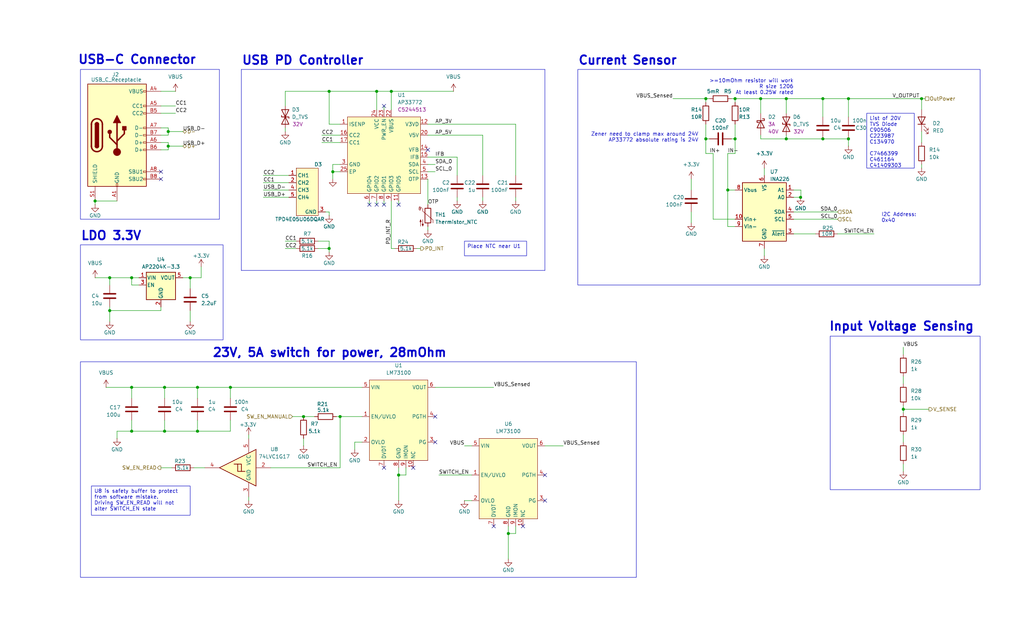
<source format=kicad_sch>
(kicad_sch (version 20250114) (generator "eeschema") (generator_version "9.0")
  (paper "USLegal")
  (title_block (title "Power"))
  (lib_symbols
    (symbol "+3.3V_1" (power) (pin_numbers (hide yes)) (pin_names (offset 0) (hide yes))
      (property "Value" "+3.3V" (at 0 3.556 0))
      (symbol "+3.3V_1_1_1"
        (pin power_in line (at 0 0 90) (length 0) (name "~") (number "1"))
      )
    )
    (symbol "74xGxx:74LVC1G17"
      (property "Reference" "U" (at 0 3.81 0))
      (property "Value" "74LVC1G17" (at 0 -3.81 0))
      (symbol "74LVC1G17_1_1"
        (pin input line (at -12.7 0 0) (length 5.08) (name "~") (number "2"))
        (pin no_connect line (at -7.62 5.08 180) (length 5.08) (hide yes) (name "NC") (number "1"))
        (pin power_in line (at -5.08 10.16 270) (length 5.08) (name "VCC") (number "5"))
        (pin power_in line (at -5.08 -10.16 90) (length 5.08) (name "GND") (number "3"))
        (pin output line (at 10.16 0 180) (length 5.08) (name "~") (number "4"))
      )
    )
    (symbol "Centy_Miscellaneous:LM73100"
      (property "Reference" "U" (at 9.906 13.97 0))
      (property "Value" "LM37100" (at 12.192 -16.764 0))
      (symbol "LM73100_1_1"
        (pin input line (at -12.7 10.16 0) (length 2.54) (name "VIN") (number "5"))
        (pin input line (at -12.7 0 0) (length 2.54) (name "EN/UVLO") (number "1"))
        (pin input line (at -12.7 -8.89 0) (length 2.54) (name "OVLO") (number "2"))
        (pin input line (at -5.08 -17.78 90) (length 2.54) (name "DVDT") (number "7"))
        (pin input line (at 0 -17.78 90) (length 2.54) (name "GND") (number "8"))
        (pin input line (at 2.54 -17.78 90) (length 2.54) (name "IMON") (number "9"))
        (pin input line (at 5.08 -17.78 90) (length 2.54) (name "NC") (number "10"))
        (pin input line (at 12.7 10.16 180) (length 2.54) (name "VOUT") (number "6"))
        (pin input line (at 12.7 0 180) (length 2.54) (name "PGTH") (number "4"))
        (pin input line (at 12.7 -8.89 180) (length 2.54) (name "PG") (number "3"))
      )
    )
    (symbol "Connector_USBC:USB_C_Receptacle_USB2.0_16P" (pin_names (offset 1.016))
      (property "Reference" "J" (at 0 22.225 0))
      (property "Value" "USB_C_Receptacle_USB2.0_16P" (at 0 19.685 0))
      (symbol "USB_C_Receptacle_USB2.0_16P_1_1"
        (pin passive line (at -7.62 -22.86 90) (length 5.08) (name "SHIELD") (number "S1"))
        (pin passive line (at 0 -22.86 90) (length 5.08) (name "GND") (number "A1"))
        (pin passive line (at 0 -22.86 90) (length 5.08) (hide yes) (name "GND") (number "A12"))
        (pin passive line (at 0 -22.86 90) (length 5.08) (hide yes) (name "GND") (number "B1"))
        (pin passive line (at 0 -22.86 90) (length 5.08) (hide yes) (name "GND") (number "B12"))
        (pin passive line (at 15.24 15.24 180) (length 5.08) (name "VBUS") (number "A4"))
        (pin passive line (at 15.24 15.24 180) (length 5.08) (hide yes) (name "VBUS") (number "A9"))
        (pin passive line (at 15.24 15.24 180) (length 5.08) (hide yes) (name "VBUS") (number "B4"))
        (pin passive line (at 15.24 15.24 180) (length 5.08) (hide yes) (name "VBUS") (number "B9"))
        (pin bidirectional line (at 15.24 10.16 180) (length 5.08) (name "CC1") (number "A5"))
        (pin bidirectional line (at 15.24 7.62 180) (length 5.08) (name "CC2") (number "B5"))
        (pin bidirectional line (at 15.24 2.54 180) (length 5.08) (name "D-") (number "A7"))
        (pin bidirectional line (at 15.24 0 180) (length 5.08) (name "D-") (number "B7"))
        (pin bidirectional line (at 15.24 -2.54 180) (length 5.08) (name "D+") (number "A6"))
        (pin bidirectional line (at 15.24 -5.08 180) (length 5.08) (name "D+") (number "B6"))
        (pin bidirectional line (at 15.24 -12.7 180) (length 5.08) (name "SBU1") (number "A8"))
        (pin bidirectional line (at 15.24 -15.24 180) (length 5.08) (name "SBU2") (number "B8"))
      )
    )
    (symbol "Device:C" (pin_numbers (hide yes)) (pin_names (offset 0.254))
      (property "Reference" "C" (at 0.635 2.54 0))
      (property "Value" "C" (at 0.635 -2.54 0))
      (symbol "C_1_1"
        (pin passive line (at 0 3.81 270) (length 2.794) (name "~") (number "1"))
        (pin passive line (at 0 -3.81 90) (length 2.794) (name "~") (number "2"))
      )
    )
    (symbol "Device:D_Schottky" (pin_numbers (hide yes)) (pin_names (offset 1.016) (hide yes))
      (property "Reference" "D" (at 0 2.54 0))
      (property "Value" "D_Schottky" (at 0 -2.54 0))
      (symbol "D_Schottky_1_1"
        (pin passive line (at -3.81 0 0) (length 2.54) (name "K") (number "1"))
        (pin passive line (at 3.81 0 180) (length 2.54) (name "A") (number "2"))
      )
    )
    (symbol "Device:D_TVS" (pin_numbers (hide yes)) (pin_names (offset 1.016) (hide yes))
      (property "Reference" "D" (at 0 2.54 0))
      (property "Value" "D_TVS" (at 0 -2.54 0))
      (symbol "D_TVS_1_1"
        (pin passive line (at -3.81 0 0) (length 2.54) (name "A1") (number "1"))
        (pin passive line (at 3.81 0 180) (length 2.54) (name "A2") (number "2"))
      )
    )
    (symbol "Device:LED" (pin_numbers (hide yes)) (pin_names (offset 1.016) (hide yes))
      (property "Reference" "D" (at 0 2.54 0))
      (property "Value" "LED" (at 0 -2.54 0))
      (symbol "LED_1_1"
        (pin passive line (at -3.81 0 0) (length 2.54) (name "K") (number "1"))
        (pin passive line (at 3.81 0 180) (length 2.54) (name "A") (number "2"))
      )
    )
    (symbol "Device:R" (pin_numbers (hide yes)) (pin_names (offset 0))
      (property "Reference" "R" (at 2.032 0 90))
      (property "Value" "R" (at 0 0 90))
      (symbol "R_1_1"
        (pin passive line (at 0 3.81 270) (length 1.27) (name "~") (number "1"))
        (pin passive line (at 0 -3.81 90) (length 1.27) (name "~") (number "2"))
      )
    )
    (symbol "Device:Thermistor_NTC" (pin_numbers (hide yes)) (pin_names (offset 0))
      (property "Reference" "TH" (at -4.445 0 90))
      (property "Value" "Thermistor_NTC" (at 3.175 0 90))
      (symbol "Thermistor_NTC_1_1"
        (pin passive line (at 0 3.81 270) (length 1.27) (name "~") (number "1"))
        (pin passive line (at 0 -3.81 90) (length 1.27) (name "~") (number "2"))
      )
    )
    (symbol "Diode_TVS:TPD4E05U06DQAR"
      (property "Reference" "D" (at 3.048 8.636 0))
      (property "Value" "TPD4E05U06DQAR" (at 0.254 -10.16 0))
      (symbol "TPD4E05U06DQAR_1_1"
        (pin input line (at -6.35 5.08 0) (length 2.54) (name "CH1") (number "1"))
        (pin input line (at -6.35 5.08 0) (length 2.54) (hide yes) (name "") (number "10"))
        (pin input line (at -6.35 2.54 0) (length 2.54) (name "CH2") (number "2"))
        (pin input line (at -6.35 2.54 0) (length 2.54) (hide yes) (name "") (number "9"))
        (pin input line (at -6.35 0 0) (length 2.54) (name "CH3") (number "4"))
        (pin input line (at -6.35 0 0) (length 2.54) (hide yes) (name "") (number "7"))
        (pin input line (at -6.35 -2.54 0) (length 2.54) (name "CH4") (number "5"))
        (pin input line (at -6.35 -2.54 0) (length 2.54) (hide yes) (name "") (number "6"))
        (pin power_in line (at 6.35 -7.62 180) (length 2.54) (name "GND") (number "3"))
        (pin power_in line (at 6.35 -7.62 180) (length 2.54) (hide yes) (name "GND") (number "8"))
      )
    )
    (symbol "GND_1" (power) (pin_numbers (hide yes)) (pin_names (offset 0) (hide yes))
      (property "Value" "GND" (at 0 -3.81 0))
      (symbol "GND_1_1_1"
        (pin power_in line (at 0 0 270) (length 0) (name "~") (number "1"))
      )
    )
    (symbol "Interface_USBC:AP33772"
      (property "Reference" "U2" (at 2.1941 21.59 0))
      (property "Value" "AP33772" (at 2.1941 19.05 0))
      (property "LCSC" "C5244513" (at 2.1941 16.51 0))
      (symbol "AP33772_1_1"
        (pin input line (at -17.78 11.43 0) (length 2.54) (name "ISENP") (number "1"))
        (pin input line (at -17.78 7.62 0) (length 2.54) (name "CC2") (number "16"))
        (pin input line (at -17.78 5.08 0) (length 2.54) (name "CC1") (number "17"))
        (pin input line (at -17.78 -2.54 0) (length 2.54) (name "GND") (number "3"))
        (pin input line (at -17.78 -5.08 0) (length 2.54) (name "EP") (number "25"))
        (pin no_connect line (at -17.78 -7.62 0) (length 2.54) (hide yes) (name "NC") (number "10"))
        (pin no_connect line (at -17.78 -7.62 0) (length 2.54) (hide yes) (name "NC") (number "18"))
        (pin no_connect line (at -17.78 -7.62 0) (length 2.54) (hide yes) (name "NC") (number "19"))
        (pin no_connect line (at -17.78 -7.62 0) (length 2.54) (hide yes) (name "NC") (number "2"))
        (pin no_connect line (at -17.78 -7.62 0) (length 2.54) (hide yes) (name "NC") (number "21"))
        (pin input line (at -7.62 -15.24 90) (length 2.54) (name "GPIO4") (number "6"))
        (pin input line (at -5.08 16.51 270) (length 2.54) (name "VCC") (number "24"))
        (pin input line (at -5.08 -15.24 90) (length 2.54) (name "GPIO2") (number "7"))
        (pin input line (at -2.54 16.51 270) (length 2.54) (name "PWR_EN") (number "23"))
        (pin input line (at -2.54 -15.24 90) (length 2.54) (name "GPIO1") (number "8"))
        (pin input line (at 0 16.51 270) (length 2.54) (name "VBUS") (number "22"))
        (pin input line (at 0 -15.24 90) (length 2.54) (name "GPIO3") (number "9"))
        (pin input line (at 2.54 -15.24 90) (length 2.54) (name "GPIO5") (number "11"))
        (pin input line (at 12.7 11.43 180) (length 2.54) (name "V3VD") (number "12"))
        (pin input line (at 12.7 7.62 180) (length 2.54) (name "V5V") (number "20"))
        (pin input line (at 12.7 2.54 180) (length 2.54) (name "VFB") (number "14"))
        (pin input line (at 12.7 0 180) (length 2.54) (name "IFB") (number "15"))
        (pin input line (at 12.7 -2.54 180) (length 2.54) (name "SDA") (number "4"))
        (pin input line (at 12.7 -5.08 180) (length 2.54) (name "SCL") (number "5"))
        (pin input line (at 12.7 -7.62 180) (length 2.54) (name "OTP") (number "13"))
      )
    )
    (symbol "LM73100_1"
      (property "Reference" "U" (at 9.906 13.97 0))
      (property "Value" "LM37100" (at 12.192 -16.764 0))
      (symbol "LM73100_1_1_1"
        (pin input line (at -12.7 10.16 0) (length 2.54) (name "VIN") (number "5"))
        (pin input line (at -12.7 0 0) (length 2.54) (name "EN/UVLO") (number "1"))
        (pin input line (at -12.7 -8.89 0) (length 2.54) (name "OVLO") (number "2"))
        (pin input line (at -5.08 -17.78 90) (length 2.54) (name "DVDT") (number "7"))
        (pin input line (at 0 -17.78 90) (length 2.54) (name "GND") (number "8"))
        (pin input line (at 2.54 -17.78 90) (length 2.54) (name "IMON") (number "9"))
        (pin input line (at 5.08 -17.78 90) (length 2.54) (name "NC") (number "10"))
        (pin input line (at 12.7 10.16 180) (length 2.54) (name "VOUT") (number "6"))
        (pin input line (at 12.7 0 180) (length 2.54) (name "PGTH") (number "4"))
        (pin input line (at 12.7 -8.89 180) (length 2.54) (name "PG") (number "3"))
      )
    )
    (symbol "Regulator_Linear:AP2204K-3.3" (pin_names (offset 0.254))
      (property "Reference" "U" (at -5.08 5.715 0))
      (property "Value" "AP2204K-3.3" (at 0 5.715 0))
      (symbol "AP2204K-3.3_1_1"
        (pin power_in line (at -7.62 2.54 0) (length 2.54) (name "VIN") (number "1"))
        (pin input line (at -7.62 0 0) (length 2.54) (name "EN") (number "3"))
        (pin power_in line (at 0 -7.62 90) (length 2.54) (name "GND") (number "2"))
        (pin no_connect line (at 5.08 0 180) (length 2.54) (hide yes) (name "NC") (number "4"))
        (pin power_out line (at 7.62 2.54 180) (length 2.54) (name "VOUT") (number "5"))
      )
    )
    (symbol "Sensor_Energy:INA226"
      (property "Reference" "U" (at -6.35 11.43 0))
      (property "Value" "INA226" (at 3.81 11.43 0))
      (symbol "INA226_1_1"
        (pin input line (at -10.16 7.62 0) (length 2.54) (name "Vbus") (number "8"))
        (pin input line (at -10.16 -2.54 0) (length 2.54) (name "Vin+") (number "10"))
        (pin input line (at -10.16 -5.08 0) (length 2.54) (name "Vin-") (number "9"))
        (pin power_in line (at 0 12.7 270) (length 2.54) (name "VS") (number "6"))
        (pin power_in line (at 0 -12.7 90) (length 2.54) (name "GND") (number "7"))
        (pin input line (at 10.16 7.62 180) (length 2.54) (name "A1") (number "1"))
        (pin input line (at 10.16 5.08 180) (length 2.54) (name "A0") (number "2"))
        (pin bidirectional line (at 10.16 0 180) (length 2.54) (name "SDA") (number "4"))
        (pin input line (at 10.16 -2.54 180) (length 2.54) (name "SCL") (number "5"))
        (pin open_collector line (at 10.16 -7.62 180) (length 2.54) (name "~{Alert}") (number "3"))
      )
    )
    (symbol "power:+3.3V" (power) (pin_names (offset 0))
      (property "Value" "+3.3V" (at 0 3.556 0))
      (symbol "+3.3V_1_1"
        (pin power_in line (at 0 0 90) (length 0) (hide yes) (name "+3.3V") (number "1"))
      )
    )
    (symbol "power:GND" (power) (pin_names (offset 0))
      (property "Value" "GND" (at 0 -3.81 0))
      (symbol "GND_1_1"
        (pin power_in line (at 0 0 270) (length 0) (hide yes) (name "GND") (number "1"))
      )
    )
    (symbol "power:VBUS" (power) (pin_numbers (hide yes)) (pin_names (offset 0) (hide yes))
      (property "Value" "VBUS" (at 0 3.556 0))
      (symbol "VBUS_1_1"
        (pin power_in line (at 0 0 90) (length 0) (name "~") (number "1"))
      )
    )
  )
  (rectangle (start 200.66 24.13) (end 340.36 99.06))
  (rectangle (start 27.94 125.73) (end 220.98 200.66))
  (rectangle (start 288.29 116.84) (end 340.36 170.18))
  (rectangle (start 27.94 85.09) (end 77.47 118.11))
  (rectangle (start 27.94 24.13) (end 76.2 76.2))
  (text "Input Voltage Sensing" (at 287.782 115.316 0) (effects (font (size 3 3) (thickness 0.6) (bold yes)) (justify left bottom)))
  (text ">=10mOhm resistor will work\nR size 1206\nAt least 0.25W rated" (at 275.59 33.02 0) (effects (font (size 1.27 1.27)) (justify right bottom)))
  (text "Zener need to clamp max around 24V\nAP33772 absolute rating is 24V" (at 242.57 49.53 0) (effects (font (size 1.27 1.27)) (justify right bottom)))
  (text "USB-C Connector" (at 26.924 22.606 0) (effects (font (size 3 3) (thickness 0.6) (bold yes)) (justify left bottom)))
  (text "Current Sensor" (at 200.66 22.86 0) (effects (font (size 3 3) (thickness 0.6) (bold yes)) (justify left bottom)))
  (text "USB PD Controller\n" (at 83.82 22.86 0) (effects (font (size 3 3) (thickness 0.6) (bold yes)) (justify left bottom)))
  (text "23V, 5A switch for power, 28mOhm" (at 73.66 124.46 0) (effects (font (size 3 3) (thickness 0.6) (bold yes)) (justify left bottom)))
  (text "I2C Address:\n0x40" (at 306.07 77.47 0) (effects (font (size 1.27 1.27)) (justify left bottom)))
  (text "LDO 3.3V" (at 27.94 83.82 0) (effects (font (size 3 3) (thickness 0.6) (bold yes)) (justify left bottom)))
  (text_box "Place NTC near U1" (at 161.29 83.82 0) (size 21.59 5.08) (margins 0.9525 0.9525 0.9525 0.9525) (effects (font (size 1.27 1.27)) (justify left top)))
  (text_box "List of 20V TVS Diode\nC90506\nC223987\nC134970\n\nC7466399\nC461164\nC41409303" (at 300.99 39.37 0) (size 16.51 19.05) (margins 0.9525 0.9525 0.9525 0.9525) (effects (font (size 1.27 1.27)) (justify left top)))
  (text_box "U8 is safety buffer to protect from software mistake.\nDriving SW_EN_READ will not alter SWITCH_EN state" (at 31.75 168.91 0) (size 34.29 10.16) (margins 0.9525 0.9525 0.9525 0.9525) (effects (font (size 1.27 1.27)) (justify left top)))
  (junction (at 130.81 31.75))
  (junction (at 138.43 165.1))
  (junction (at 118.11 144.78))
  (junction (at 255.27 34.29))
  (junction (at 114.3 31.75))
  (junction (at 114.3 86.36))
  (junction (at 58.42 50.8))
  (junction (at 115.57 59.69))
  (junction (at 45.72 134.62))
  (junction (at 278.0126 68.58))
  (junction (at 294.64 48.26))
  (junction (at 245.11 34.29))
  (junction (at 58.42 45.72))
  (junction (at 68.58 134.62))
  (junction (at 320.04 34.29))
  (junction (at 45.72 149.86))
  (junction (at 57.15 149.86))
  (junction (at 105.41 144.78))
  (junction (at 313.69 142.24))
  (junction (at 255.27 48.26))
  (junction (at 273.05 34.29))
  (junction (at 45.72 96.52))
  (junction (at 38.1 96.52))
  (junction (at 33.02 69.85))
  (junction (at 273.05 48.26))
  (junction (at 294.64 34.29))
  (junction (at 66.04 96.52))
  (junction (at 135.89 31.75))
  (junction (at 252.73 66.04))
  (junction (at 264.16 34.29))
  (junction (at 68.58 149.86))
  (junction (at 285.75 48.26))
  (junction (at 80.01 134.62))
  (junction (at 285.75 34.29))
  (junction (at 245.11 48.26))
  (junction (at 176.53 185.42))
  (junction (at 57.15 134.62))
  (junction (at 38.1 107.95))
  (no_connect (at 171.45 182.88))
  (no_connect (at 55.88 59.69))
  (no_connect (at 130.81 71.12))
  (no_connect (at 151.13 153.67))
  (no_connect (at 189.23 165.1))
  (no_connect (at 181.61 182.88))
  (no_connect (at 128.27 71.12))
  (no_connect (at 151.13 144.78))
  (no_connect (at 133.35 36.83))
  (no_connect (at 143.51 162.56))
  (no_connect (at 148.59 52.07))
  (no_connect (at 133.35 71.12))
  (no_connect (at 189.23 173.99))
  (no_connect (at 138.43 71.12))
  (no_connect (at 133.35 162.56))
  (no_connect (at 55.88 62.23))
  (wire (pts (xy 40.64 149.86) (xy 40.64 152.4)))
  (wire (pts (xy 130.81 31.75) (xy 135.89 31.75)))
  (wire (pts (xy 285.75 34.29) (xy 294.64 34.29)))
  (wire (pts (xy 158.75 68.58) (xy 158.75 69.85)))
  (wire (pts (xy 57.15 149.86) (xy 68.58 149.86)))
  (wire (pts (xy 91.44 66.04) (xy 100.33 66.04)))
  (wire (pts (xy 130.81 71.12) (xy 130.81 69.85)))
  (wire (pts (xy 275.59 76.2) (xy 290.83 76.2)))
  (wire (pts (xy 148.59 62.23) (xy 148.59 71.12)))
  (wire (pts (xy 247.65 53.34) (xy 247.65 76.2)))
  (wire (pts (xy 99.06 31.75) (xy 114.3 31.75)))
  (wire (pts (xy 114.3 31.75) (xy 114.3 43.18)))
  (wire (pts (xy 115.57 59.69) (xy 118.11 59.69)))
  (wire (pts (xy 290.83 81.28) (xy 303.53 81.28)))
  (wire (pts (xy 116.84 144.78) (xy 118.11 144.78)))
  (wire (pts (xy 138.43 71.12) (xy 138.43 69.85)))
  (wire (pts (xy 58.42 44.45) (xy 58.42 45.72)))
  (wire (pts (xy 158.75 54.61) (xy 158.75 60.96)))
  (wire (pts (xy 33.02 69.85) (xy 33.02 71.12)))
  (wire (pts (xy 130.81 31.75) (xy 130.81 38.1)))
  (wire (pts (xy 313.69 151.13) (xy 313.69 153.67)))
  (wire (pts (xy 101.6 144.78) (xy 105.41 144.78)))
  (wire (pts (xy 140.97 165.1) (xy 138.43 165.1)))
  (wire (pts (xy 38.1 107.95) (xy 38.1 111.76)))
  (wire (pts (xy 110.49 83.82) (xy 114.3 83.82)))
  (wire (pts (xy 123.19 153.67) (xy 125.73 153.67)))
  (wire (pts (xy 140.97 162.56) (xy 140.97 165.1)))
  (wire (pts (xy 58.42 46.99) (xy 58.42 45.72)))
  (wire (pts (xy 264.16 48.26) (xy 273.05 48.26)))
  (wire (pts (xy 245.11 53.34) (xy 247.65 53.34)))
  (wire (pts (xy 55.88 39.37) (xy 60.96 39.37)))
  (wire (pts (xy 114.3 31.75) (xy 130.81 31.75)))
  (wire (pts (xy 148.59 57.15) (xy 151.13 57.15)))
  (wire (pts (xy 68.58 149.86) (xy 80.01 149.86)))
  (wire (pts (xy 273.05 48.26) (xy 285.75 48.26)))
  (wire (pts (xy 91.44 63.5) (xy 100.33 63.5)))
  (wire (pts (xy 148.59 59.69) (xy 151.13 59.69)))
  (wire (pts (xy 58.42 45.72) (xy 63.5 45.72)))
  (wire (pts (xy 55.88 49.53) (xy 58.42 49.53)))
  (wire (pts (xy 128.27 71.12) (xy 128.27 69.85)))
  (wire (pts (xy 55.88 36.83) (xy 60.96 36.83)))
  (wire (pts (xy 179.07 182.88) (xy 179.07 185.42)))
  (polyline (pts (xy 189.23 93.98) (xy 83.82 93.98)))
  (wire (pts (xy 33.02 96.52) (xy 38.1 96.52)))
  (wire (pts (xy 265.43 86.36) (xy 265.43 88.9)))
  (wire (pts (xy 118.11 144.78) (xy 125.73 144.78)))
  (wire (pts (xy 99.06 83.82) (xy 102.87 83.82)))
  (wire (pts (xy 189.23 154.94) (xy 195.58 154.94)))
  (wire (pts (xy 148.59 43.18) (xy 179.07 43.18)))
  (wire (pts (xy 252.73 53.34) (xy 252.73 66.04)))
  (wire (pts (xy 68.58 134.62) (xy 80.01 134.62)))
  (wire (pts (xy 245.11 35.56) (xy 245.11 34.29)))
  (wire (pts (xy 264.16 34.29) (xy 264.16 39.37)))
  (wire (pts (xy 313.69 161.29) (xy 313.69 163.83)))
  (wire (pts (xy 275.59 66.04) (xy 278.13 66.04)))
  (wire (pts (xy 245.11 43.18) (xy 245.11 48.26)))
  (wire (pts (xy 245.11 34.29) (xy 233.68 34.29)))
  (wire (pts (xy 245.11 53.34) (xy 245.11 48.26)))
  (wire (pts (xy 273.05 34.29) (xy 273.05 39.37)))
  (wire (pts (xy 66.04 96.52) (xy 69.85 96.52)))
  (wire (pts (xy 66.04 107.95) (xy 66.04 111.76)))
  (wire (pts (xy 294.64 34.29) (xy 294.64 40.64)))
  (wire (pts (xy 294.64 34.29) (xy 320.04 34.29)))
  (wire (pts (xy 58.42 50.8) (xy 58.42 52.07)))
  (wire (pts (xy 91.44 60.96) (xy 100.33 60.96)))
  (wire (pts (xy 55.88 31.75) (xy 60.96 31.75)))
  (wire (pts (xy 45.72 149.86) (xy 57.15 149.86)))
  (wire (pts (xy 115.57 59.69) (xy 115.57 62.23)))
  (wire (pts (xy 91.44 68.58) (xy 100.33 68.58)))
  (wire (pts (xy 264.16 34.29) (xy 273.05 34.29)))
  (wire (pts (xy 36.83 134.62) (xy 45.72 134.62)))
  (wire (pts (xy 55.88 107.95) (xy 55.88 106.68)))
  (wire (pts (xy 57.15 146.05) (xy 57.15 149.86)))
  (wire (pts (xy 255.27 34.29) (xy 264.16 34.29)))
  (polyline (pts (xy 83.82 24.13) (xy 189.23 24.13)))
  (wire (pts (xy 80.01 134.62) (xy 125.73 134.62)))
  (wire (pts (xy 55.88 44.45) (xy 58.42 44.45)))
  (wire (pts (xy 275.59 73.66) (xy 290.83 73.66)))
  (wire (pts (xy 240.03 62.23) (xy 240.03 66.04)))
  (wire (pts (xy 273.05 34.29) (xy 285.75 34.29)))
  (wire (pts (xy 176.53 182.88) (xy 176.53 185.42)))
  (wire (pts (xy 273.05 46.99) (xy 273.05 48.26)))
  (wire (pts (xy 246.38 34.29) (xy 245.11 34.29)))
  (wire (pts (xy 123.19 156.21) (xy 123.19 153.67)))
  (wire (pts (xy 278.13 66.04) (xy 278.13 68.58)))
  (wire (pts (xy 55.88 52.07) (xy 58.42 52.07)))
  (wire (pts (xy 135.89 31.75) (xy 157.48 31.75)))
  (wire (pts (xy 275.59 68.58) (xy 278.0126 68.58)))
  (wire (pts (xy 161.29 173.99) (xy 163.83 173.99)))
  (wire (pts (xy 275.59 81.28) (xy 283.21 81.28)))
  (wire (pts (xy 167.64 68.58) (xy 167.64 69.85)))
  (wire (pts (xy 114.3 86.36) (xy 114.3 87.63)))
  (wire (pts (xy 152.4 165.1) (xy 163.83 165.1)))
  (wire (pts (xy 313.69 142.24) (xy 322.58 142.24)))
  (wire (pts (xy 255.27 53.34) (xy 255.27 48.26)))
  (wire (pts (xy 45.72 99.06) (xy 45.72 96.52)))
  (wire (pts (xy 255.27 48.26) (xy 254 48.26)))
  (wire (pts (xy 144.78 86.36) (xy 146.05 86.36)))
  (wire (pts (xy 55.88 46.99) (xy 58.42 46.99)))
  (wire (pts (xy 55.88 162.56) (xy 59.69 162.56)))
  (wire (pts (xy 45.72 134.62) (xy 45.72 138.43)))
  (wire (pts (xy 313.69 142.24) (xy 313.69 143.51)))
  (wire (pts (xy 138.43 162.56) (xy 138.43 165.1)))
  (wire (pts (xy 38.1 96.52) (xy 45.72 96.52)))
  (wire (pts (xy 265.43 60.96) (xy 265.43 58.42)))
  (wire (pts (xy 313.69 120.65) (xy 313.69 123.19)))
  (wire (pts (xy 176.53 185.42) (xy 176.53 194.31)))
  (wire (pts (xy 111.76 49.53) (xy 118.11 49.53)))
  (wire (pts (xy 33.02 69.85) (xy 40.64 69.85)))
  (wire (pts (xy 58.42 49.53) (xy 58.42 50.8)))
  (polyline (pts (xy 83.82 24.13) (xy 83.82 93.98)))
  (wire (pts (xy 80.01 134.62) (xy 80.01 138.43)))
  (wire (pts (xy 320.04 45.72) (xy 320.04 49.53)))
  (wire (pts (xy 320.04 34.29) (xy 320.04 38.1)))
  (wire (pts (xy 161.29 154.94) (xy 163.83 154.94)))
  (wire (pts (xy 69.85 92.71) (xy 69.85 96.52)))
  (wire (pts (xy 179.07 43.18) (xy 179.07 60.96)))
  (wire (pts (xy 138.43 165.1) (xy 138.43 173.99)))
  (wire (pts (xy 105.41 152.4) (xy 105.41 154.94)))
  (wire (pts (xy 58.42 50.8) (xy 63.5 50.8)))
  (wire (pts (xy 167.64 46.99) (xy 167.64 60.96)))
  (wire (pts (xy 285.75 34.29) (xy 285.75 40.64)))
  (wire (pts (xy 93.98 162.56) (xy 118.11 162.56)))
  (wire (pts (xy 313.69 140.97) (xy 313.69 142.24)))
  (wire (pts (xy 105.41 144.78) (xy 109.22 144.78)))
  (wire (pts (xy 99.06 44.45) (xy 99.06 45.72)))
  (wire (pts (xy 45.72 149.86) (xy 40.64 149.86)))
  (wire (pts (xy 133.35 36.83) (xy 133.35 38.1)))
  (wire (pts (xy 255.27 43.18) (xy 255.27 48.26)))
  (wire (pts (xy 151.13 134.62) (xy 171.45 134.62)))
  (wire (pts (xy 111.76 46.99) (xy 118.11 46.99)))
  (wire (pts (xy 118.11 43.18) (xy 114.3 43.18)))
  (wire (pts (xy 118.11 144.78) (xy 118.11 162.56)))
  (wire (pts (xy 99.06 86.36) (xy 102.87 86.36)))
  (wire (pts (xy 115.57 57.15) (xy 118.11 57.15)))
  (wire (pts (xy 80.01 146.05) (xy 80.01 149.86)))
  (wire (pts (xy 179.07 185.42) (xy 176.53 185.42)))
  (wire (pts (xy 278.0126 68.58) (xy 278.13 68.58)))
  (wire (pts (xy 48.26 99.06) (xy 45.72 99.06)))
  (wire (pts (xy 57.15 134.62) (xy 57.15 138.43)))
  (wire (pts (xy 264.16 46.99) (xy 264.16 48.26)))
  (wire (pts (xy 135.89 31.75) (xy 135.89 38.1)))
  (wire (pts (xy 252.73 66.04) (xy 255.27 66.04)))
  (wire (pts (xy 86.36 172.72) (xy 86.36 173.99)))
  (wire (pts (xy 255.27 53.34) (xy 252.73 53.34)))
  (wire (pts (xy 148.59 54.61) (xy 158.75 54.61)))
  (wire (pts (xy 99.06 31.75) (xy 99.06 36.83)))
  (wire (pts (xy 240.03 73.66) (xy 240.03 77.47)))
  (wire (pts (xy 294.64 48.26) (xy 285.75 48.26)))
  (wire (pts (xy 148.59 46.99) (xy 167.64 46.99)))
  (wire (pts (xy 246.38 48.26) (xy 245.11 48.26)))
  (wire (pts (xy 68.58 134.62) (xy 68.58 138.43)))
  (wire (pts (xy 38.1 106.68) (xy 38.1 107.95)))
  (wire (pts (xy 45.72 146.05) (xy 45.72 149.86)))
  (wire (pts (xy 114.3 73.66) (xy 114.3 74.93)))
  (wire (pts (xy 255.27 34.29) (xy 254 34.29)))
  (wire (pts (xy 148.59 78.74) (xy 148.59 80.01)))
  (wire (pts (xy 63.5 96.52) (xy 66.04 96.52)))
  (wire (pts (xy 45.72 134.62) (xy 57.15 134.62)))
  (polyline (pts (xy 189.23 24.13) (xy 189.23 93.98)))
  (wire (pts (xy 113.03 73.66) (xy 114.3 73.66)))
  (wire (pts (xy 252.73 78.74) (xy 255.27 78.74)))
  (wire (pts (xy 294.64 48.26) (xy 294.64 50.8)))
  (wire (pts (xy 67.31 162.56) (xy 71.12 162.56)))
  (wire (pts (xy 135.89 69.85) (xy 135.89 86.36)))
  (wire (pts (xy 252.73 66.04) (xy 252.73 78.74)))
  (wire (pts (xy 66.04 100.33) (xy 66.04 96.52)))
  (wire (pts (xy 320.04 57.15) (xy 320.04 58.42)))
  (wire (pts (xy 135.89 86.36) (xy 137.16 86.36)))
  (wire (pts (xy 114.3 83.82) (xy 114.3 86.36)))
  (wire (pts (xy 133.35 71.12) (xy 133.35 69.85)))
  (wire (pts (xy 45.72 96.52) (xy 48.26 96.52)))
  (wire (pts (xy 313.69 130.81) (xy 313.69 133.35)))
  (wire (pts (xy 57.15 134.62) (xy 68.58 134.62)))
  (wire (pts (xy 115.57 57.15) (xy 115.57 59.69)))
  (wire (pts (xy 38.1 96.52) (xy 38.1 99.06)))
  (wire (pts (xy 68.58 149.86) (xy 68.58 146.05)))
  (wire (pts (xy 320.04 34.29) (xy 321.31 34.29)))
  (wire (pts (xy 110.49 86.36) (xy 114.3 86.36)))
  (wire (pts (xy 179.07 69.85) (xy 179.07 68.58)))
  (wire (pts (xy 38.1 107.95) (xy 55.88 107.95)))
  (wire (pts (xy 86.36 151.13) (xy 86.36 152.4)))
  (wire (pts (xy 255.27 35.56) (xy 255.27 34.29)))
  (wire (pts (xy 247.65 76.2) (xy 255.27 76.2)))
  (label "SWITCH_EN" (at 152.4 165.1 0))
  (label "V_OUTPUT" (at 309.88 34.29 0))
  (label "CC2" (at 60.96 39.37 0))
  (label "AP_3V" (at 151.13 43.18 0))
  (label "CC1" (at 60.96 36.83 0))
  (label "SWITCH_EN" (at 303.53 81.28 180))
  (label "VBUS_Sensed" (at 195.58 154.94 0))
  (label "PD_INT_R" (at 135.89 76.2 270))
  (label "IN+" (at 246.38 53.34 0))
  (label "VBUS" (at 313.69 120.65 0))
  (label "USB_D+" (at 63.5 50.8 0))
  (label "SDA_0" (at 290.83 73.66 180))
  (label "IN-" (at 252.73 53.34 0))
  (label "CC1" (at 99.06 83.82 0))
  (label "OTP" (at 148.59 71.12 0))
  (label "USB_D-" (at 91.44 66.04 0))
  (label "SCL_0" (at 151.13 59.69 0))
  (label "CC1" (at 111.76 49.53 0))
  (label "VBUS" (at 161.29 154.94 180))
  (label "SCL_0" (at 290.83 76.2 180))
  (label "VBUS_Sensed" (at 171.45 134.62 0))
  (label "CC2" (at 111.76 46.99 0))
  (label "CC2" (at 91.44 60.96 0))
  (label "CC1" (at 91.44 63.5 0))
  (label "VBUS_Sensed" (at 233.68 34.29 180))
  (label "SWITCH_EN" (at 106.68 162.56 0))
  (label "USB_D+" (at 91.44 68.58 0))
  (label "AP_5V" (at 151.13 46.99 0))
  (label "CC2" (at 99.06 86.36 0))
  (label "IFB" (at 151.13 54.61 0))
  (label "USB_D-" (at 63.5 45.72 0))
  (label "SDA_0" (at 151.13 57.15 0))
  (hierarchical_label "SW_EN_READ" (shape output) (at 55.88 162.56 180))
  (hierarchical_label "PD_INT" (shape output) (at 146.05 86.36 0))
  (hierarchical_label "D-" (shape bidirectional) (at 63.5 45.72 0))
  (hierarchical_label "OutPower" (shape passive) (at 321.31 34.29 0))
  (hierarchical_label "D+" (shape bidirectional) (at 63.5 50.8 0))
  (hierarchical_label "SCL" (shape input) (at 290.83 76.2 0))
  (hierarchical_label "SDA" (shape input) (at 290.83 73.66 0))
  (hierarchical_label "SW_EN_MANUAL" (shape input) (at 101.6 144.78 180))
  (hierarchical_label "V_SENSE" (shape output) (at 322.58 142.24 0))
  (symbol (lib_name "+3.3V_1") (lib_id "power:+3.3V") (at 265.43 58.42 0) (unit 1)
    (property "Reference" "#PWR031" (effects (hide yes)))
    (property "Value" "+3.3V" (at 265.43 53.34 0))
    (property "Description" "Power symbol creates a global label with name \"+3.3V\"" (effects (hide yes)))
  )
  (symbol (lib_name "GND_1") (lib_id "power:GND") (at 158.75 69.85 0) (unit 1)
    (property "Reference" "#PWR07" (effects (hide yes)))
    (property "Value" "GND" (at 158.75 73.66 0))
    (property "Description" "Power symbol creates a global label with name \"GND\" , ground" (effects (hide yes)))
  )
  (symbol (lib_name "GND_1") (lib_id "power:GND") (at 179.07 69.85 0) (unit 1)
    (property "Reference" "#PWR05" (effects (hide yes)))
    (property "Value" "GND" (at 179.07 73.66 0))
    (property "Description" "Power symbol creates a global label with name \"GND\" , ground" (effects (hide yes)))
  )
  (symbol (lib_name "GND_1") (lib_id "power:GND") (at 138.43 173.99 0) (unit 1)
    (property "Reference" "#PWR050" (effects (hide yes)))
    (property "Value" "GND" (at 138.43 177.8 0))
    (property "Description" "Power symbol creates a global label with name \"GND\" , ground" (effects (hide yes)))
  )
  (symbol (lib_id "Device:R") (at 113.03 144.78 270) (unit 1)
    (property "Reference" "R21" (at 112.014 140.462 90))
    (property "Value" "5.1k" (at 112.268 142.494 90))
    (property "Footprint" "Resistor_SMD:R_0402_1005Metric" (effects (hide yes)))
    (property "LCSC" "C25905" (effects (hide yes)))
  )
  (symbol (lib_id "power:VBUS") (at 157.48 31.75 0) (unit 1)
    (property "Reference" "#PWR066" (effects (hide yes)))
    (property "Value" "VBUS" (at 157.48 26.67 0))
    (property "Description" "Power symbol creates a global label with name \"VBUS\"" (effects (hide yes)))
  )
  (symbol (lib_name "GND_1") (lib_id "power:GND") (at 278.0126 68.58 0) (unit 1)
    (property "Reference" "#PWR01" (effects (hide yes)))
    (property "Value" "GND" (at 278.0126 72.39 0))
    (property "Description" "Power symbol creates a global label with name \"GND\" , ground" (effects (hide yes)))
  )
  (symbol (lib_id "Device:C") (at 179.07 64.77 0) (mirror y) (unit 1)
    (property "Reference" "C14" (at 176.53 63.5 0) (effects (justify left)))
    (property "Value" "100nF" (at 176.53 66.04 0) (effects (justify left)))
    (property "Footprint" "Capacitor_SMD:C_0402_1005Metric" (effects (hide yes)))
    (property "LCSC" "C1525" (effects (hide yes)))
    (instances (project "PicoPD" (path "" (reference "C21") (unit 1))) (project "PicoPDSupply" (path "" (reference "C14") (unit 1))))
  )
  (symbol (lib_name "GND_1") (lib_id "power:GND") (at 313.69 163.83 0) (unit 1)
    (property "Reference" "#PWR038" (effects (hide yes)))
    (property "Value" "GND" (at 313.69 167.64 0))
    (property "Description" "Power symbol creates a global label with name \"GND\" , ground" (effects (hide yes)))
  )
  (symbol (lib_name "GND_1") (lib_id "power:GND") (at 105.41 154.94 0) (unit 1)
    (property "Reference" "#PWR054" (effects (hide yes)))
    (property "Value" "GND" (at 105.41 158.75 0))
    (property "Description" "Power symbol creates a global label with name \"GND\" , ground" (effects (hide yes)))
  )
  (symbol (lib_id "Device:R") (at 313.69 147.32 180) (unit 1)
    (property "Reference" "R29" (at 316.23 146.0499 0) (effects (justify right)))
    (property "Value" "1k" (at 316.23 148.5899 0) (effects (justify right)))
    (property "Footprint" "Resistor_SMD:R_0402_1005Metric" (effects (hide yes)))
    (property "LCSC" "C11702" (effects (hide yes)))
  )
  (symbol (lib_id "Device:C") (at 285.75 44.45 180) (unit 1)
    (property "Reference" "C23" (at 292.1 44.45 0) (effects (justify left)))
    (property "Value" "10u" (at 292.1 41.91 0) (effects (justify left)))
    (property "Footprint" "Capacitor_SMD:C_1210_3225Metric" (effects (hide yes)))
    (property "LCSC" "C138687" (effects (hide yes)))
    (instances (project "PPSTrigger" (path "" (reference "C4") (unit 1))) (project "PicoPDSupply" (path "" (reference "C23") (unit 1))))
  )
  (symbol (lib_name "GND_1") (lib_id "power:GND") (at 176.53 194.31 0) (unit 1)
    (property "Reference" "#PWR058" (effects (hide yes)))
    (property "Value" "GND" (at 176.53 198.12 0))
    (property "Description" "Power symbol creates a global label with name \"GND\" , ground" (effects (hide yes)))
  )
  (symbol (lib_id "Device:C") (at 66.04 104.14 0) (unit 1)
    (property "Reference" "C18" (at 69.85 102.8699 0) (effects (justify left)))
    (property "Value" "2.2uF" (at 69.85 105.4099 0) (effects (justify left)))
    (property "Footprint" "Capacitor_SMD:C_0402_1005Metric" (effects (hide yes)))
    (property "LCSC" "C12530" (effects (hide yes)))
    (instances (project "PicoPD" (path "" (reference "C5") (unit 1))) (project "PicoPDSupply" (path "" (reference "C18") (unit 1))))
  )
  (symbol (lib_id "Device:R") (at 106.68 86.36 90) (unit 1)
    (property "Reference" "R5" (at 106.68 88.9 90))
    (property "Value" "5.1k" (at 106.68 86.36 90))
    (property "Footprint" "Resistor_SMD:R_0402_1005Metric" (effects (hide yes)))
    (property "LCSC" "C25905" (effects (hide yes)))
    (instances (project "PicoPD" (path "" (reference "R16") (unit 1))) (project "PicoPDSupply" (path "" (reference "R5") (unit 1))))
  )
  (symbol (lib_name "GND_1") (lib_id "power:GND") (at 240.03 77.47 0) (unit 1)
    (property "Reference" "#PWR03" (effects (hide yes)))
    (property "Value" "GND" (at 240.03 81.28 0))
    (property "Description" "Power symbol creates a global label with name \"GND\" , ground" (effects (hide yes)))
  )
  (symbol (lib_id "Device:Thermistor_NTC") (at 148.59 74.93 0) (unit 1)
    (property "Reference" "TH1" (at 151.13 74.6125 0) (effects (justify left)))
    (property "Value" "Thermistor_NTC" (at 151.13 77.1525 0) (effects (justify left)))
    (property "Footprint" "Resistor_SMD:R_0402_1005Metric" (effects (hide yes)))
    (property "LCSC" "C77131" (effects (hide yes)))
  )
  (symbol (lib_id "Device:R") (at 106.68 83.82 90) (unit 1)
    (property "Reference" "R4" (at 106.68 81.28 90))
    (property "Value" "5.1k" (at 106.68 83.82 90))
    (property "Footprint" "Resistor_SMD:R_0402_1005Metric" (effects (hide yes)))
    (property "LCSC" "C25905" (effects (hide yes)))
    (instances (project "PicoPD" (path "" (reference "R7") (unit 1))) (project "PicoPDSupply" (path "" (reference "R4") (unit 1))))
  )
  (symbol (lib_id "74xGxx:74LVC1G17") (at 81.28 162.56 0) (mirror y) (unit 1)
    (property "Reference" "U8" (at 95.25 156.1398 0))
    (property "Value" "74LVC1G17" (at 95.25 158.6798 0))
    (property "Footprint" "Package_TO_SOT_SMD:SOT-353_SC-70-5" (effects (hide yes)))
    (property "Datasheet" "https://www.ti.com/lit/ds/symlink/sn74lvc1g17.pdf" (effects (hide yes)))
    (property "Description" "Single Schmitt Buffer Gate, Low-Voltage CMOS" (effects (hide yes)))
    (property "LCSC" "C10425" (effects (hide yes)))
  )
  (symbol (lib_name "GND_1") (lib_id "power:GND") (at 265.43 88.9 0) (unit 1)
    (property "Reference" "#PWR055" (effects (hide yes)))
    (property "Value" "GND" (at 265.43 92.71 0))
    (property "Description" "Power symbol creates a global label with name \"GND\" , ground" (effects (hide yes)))
  )
  (symbol (lib_id "Centy_Miscellaneous:LM73100") (at 176.53 165.1 0) (unit 1)
    (property "Reference" "U6" (at 176.53 147.32 0))
    (property "Value" "LM73100" (at 176.53 149.86 0))
    (property "Footprint" "Centy_Miscellaneous:VQFN-HR-16" (effects (hide yes)))
    (property "Datasheet" "https://www.ti.com/lit/ds/symlink/lm7310.pdf" (effects (hide yes)))
    (property "Description" "Ideal diode and load switch 3V-23V" (effects (hide yes)))
    (property "LCSC" "C3210761" (effects (hide yes)))
  )
  (symbol (lib_name "GND_1") (lib_id "power:GND") (at 114.3 74.93 0) (unit 1)
    (property "Reference" "#PWR08" (effects (hide yes)))
    (property "Value" "GND" (at 114.3 78.74 0))
    (property "Description" "Power symbol creates a global label with name \"GND\" , ground" (effects (hide yes)))
  )
  (symbol (lib_name "GND_1") (lib_id "power:GND") (at 40.64 152.4 0) (unit 1)
    (property "Reference" "#PWR030" (effects (hide yes)))
    (property "Value" "GND" (at 40.64 156.21 0))
    (property "Description" "Power symbol creates a global label with name \"GND\" , ground" (effects (hide yes)))
  )
  (symbol (lib_id "Device:C") (at 294.64 44.45 180) (unit 1)
    (property "Reference" "C30" (at 300.99 44.45 0) (effects (justify left)))
    (property "Value" "100n" (at 300.99 41.91 0) (effects (justify left)))
    (property "Footprint" "Capacitor_SMD:C_0603_1608Metric" (effects (hide yes)))
    (property "LCSC" "C14663" (effects (hide yes)))
  )
  (symbol (lib_id "Device:C") (at 167.64 64.77 0) (mirror y) (unit 1)
    (property "Reference" "C3" (at 165.1 63.5 0) (effects (justify left)))
    (property "Value" "1u" (at 165.1 66.04 0) (effects (justify left)))
    (property "Footprint" "Capacitor_SMD:C_0805_2012Metric" (effects (hide yes)))
    (property "LCSC" "C28323" (effects (hide yes)))
    (instances (project "PicoPD" (path "" (reference "C22") (unit 1))) (project "PicoPDSupply" (path "" (reference "C3") (unit 1))))
  )
  (symbol (lib_id "Device:R") (at 245.11 39.37 0) (mirror y) (unit 1)
    (property "Reference" "R14" (at 243.84 38.1 0) (effects (justify left)))
    (property "Value" "10R" (at 243.84 40.64 0) (effects (justify left)))
    (property "Footprint" "Resistor_SMD:R_0402_1005Metric" (effects (hide yes)))
    (property "LCSC" "C25077" (effects (hide yes)))
  )
  (symbol (lib_id "Device:C") (at 38.1 102.87 0) (unit 1)
    (property "Reference" "C15" (at 31.75 102.87 0) (effects (justify left)))
    (property "Value" "10u" (at 31.75 105.41 0) (effects (justify left)))
    (property "Footprint" "Capacitor_SMD:C_1210_3225Metric" (effects (hide yes)))
    (property "LCSC" "C138687" (effects (hide yes)))
    (instances (project "PPSTrigger" (path "" (reference "C4") (unit 1))) (project "PicoPDSupply" (path "" (reference "C15") (unit 1))))
  )
  (symbol (lib_id "power:+3.3V") (at 69.85 92.71 0) (unit 1)
    (property "Reference" "#PWR016" (effects (hide yes)))
    (property "Value" "+3.3V" (at 69.85 88.9 0))
    (instances (project "PicoPD" (path "" (reference "#PWR0128") (unit 1))) (project "PicoPDSupply" (path "" (reference "#PWR016") (unit 1))))
  )
  (symbol (lib_id "Device:C") (at 250.19 48.26 270) (mirror x) (unit 1)
    (property "Reference" "C21" (at 250.19 41.91 90))
    (property "Value" "100nF" (at 250.19 44.45 90))
    (property "Footprint" "Capacitor_SMD:C_0402_1005Metric" (effects (hide yes)))
    (property "LCSC" "C1525" (effects (hide yes)))
    (instances (project "PicoPD" (path "" (reference "C20") (unit 1))) (project "PicoPDSupply" (path "" (reference "C21") (unit 1))))
  )
  (symbol (lib_id "power:GND") (at 115.57 62.23 0) (unit 1)
    (property "Reference" "#PWR04" (effects (hide yes)))
    (property "Value" "GND" (effects (hide yes)))
    (instances (project "PicoPD" (path "" (reference "#PWR08") (unit 1))) (project "PicoPDSupply" (path "" (reference "#PWR04") (unit 1))))
  )
  (symbol (lib_id "Device:R") (at 140.97 86.36 270) (unit 1)
    (property "Reference" "R24" (at 139.954 84.074 90))
    (property "Value" "5.1k" (at 140.97 86.36 90))
    (property "Footprint" "Resistor_SMD:R_0402_1005Metric" (effects (hide yes)))
    (property "LCSC" "C25905" (effects (hide yes)))
  )
  (symbol (lib_id "Connector_USBC:USB_C_Receptacle_USB2.0_16P") (at 40.64 46.99 0) (unit 1)
    (property "Reference" "J1" (at 40.132 25.908 0))
    (property "Value" "USB_C_Receptacle" (at 40.386 27.686 0))
    (property "Footprint" "Connector_USBC:USB_C_GSwitch" (effects (hide yes)))
    (property "Datasheet" "https://www.usb.org/sites/default/files/documents/usb_type-c.zip" (effects (hide yes)))
    (property "Description" "USB 2.0 16P Type-C Receptacle" (effects (hide yes)))
    (property "LCSC" "C963411" (effects (hide yes)))
    (property "LCSC2" "C963411" (effects (hide yes)))
    (instances (project "PicoPD" (path "" (reference "J2") (unit 1))) (project "PicoPDSupply" (path "" (reference "J1") (unit 1))))
  )
  (symbol (lib_name "GND_1") (lib_id "power:GND") (at 320.04 58.42 0) (unit 1)
    (property "Reference" "#PWR046" (effects (hide yes)))
    (property "Value" "GND" (at 320.04 62.23 0))
    (property "Description" "Power symbol creates a global label with name \"GND\" , ground" (effects (hide yes)))
  )
  (symbol (lib_id "Regulator_Linear:AP2204K-3.3") (at 55.88 99.06 0) (unit 1)
    (property "Reference" "U4" (at 55.88 90.17 0))
    (property "Value" "AP2204K-3.3" (at 55.88 92.71 0))
    (property "Footprint" "Package_TO_SOT_SMD:SOT-23-5" (effects (hide yes)))
    (property "Datasheet" "https://www.diodes.com/assets/Datasheets/AP2204.pdf" (effects (hide yes)))
    (property "JLCPCB Rotation Offset" "180" (effects (hide yes)))
    (property "LCSC" "C112032" (effects (hide yes)))
  )
  (symbol (lib_id "Device:C") (at 45.72 142.24 0) (mirror y) (unit 1)
    (property "Reference" "C17" (at 41.91 141.605 0) (effects (justify left)))
    (property "Value" "100u" (at 41.91 144.145 0) (effects (justify left)))
    (property "Footprint" "Capacitor_SMD:CP_Elec_6.3x7.7" (effects (hide yes)))
    (property "Description" "100uF 35V 210mA@120Hz ±20% SMD,D6.3xL7.7mm Aluminum Electrolytic Capacitors - SMD ROHS" (effects (hide yes)))
    (property "LCSC" "C178560" (effects (hide yes)))
    (property "Manufacture #" "EEEFK1V101XP" (effects (hide yes)))
  )
  (symbol (lib_name "GND_1") (lib_id "power:GND") (at 38.1 111.76 0) (unit 1)
    (property "Reference" "#PWR017" (effects (hide yes)))
    (property "Value" "GND" (at 38.1 115.57 0))
    (property "Description" "Power symbol creates a global label with name \"GND\" , ground" (effects (hide yes)))
  )
  (symbol (lib_name "+3.3V_1") (lib_id "power:+3.3V") (at 240.03 62.23 0) (unit 1)
    (property "Reference" "#PWR049" (effects (hide yes)))
    (property "Value" "+3.3V" (at 240.03 57.15 0))
    (property "Description" "Power symbol creates a global label with name \"+3.3V\"" (effects (hide yes)))
  )
  (symbol (lib_name "GND_1") (lib_id "power:GND") (at 161.29 173.99 0) (unit 1)
    (property "Reference" "#PWR057" (effects (hide yes)))
    (property "Value" "GND" (at 161.29 177.8 0))
    (property "Description" "Power symbol creates a global label with name \"GND\" , ground" (effects (hide yes)))
  )
  (symbol (lib_id "Device:R") (at 63.5 162.56 270) (unit 1)
    (property "Reference" "R23" (at 62.484 160.274 90))
    (property "Value" "5.1k" (at 63.5 162.56 90))
    (property "Footprint" "Resistor_SMD:R_0402_1005Metric" (effects (hide yes)))
    (property "LCSC" "C25905" (effects (hide yes)))
  )
  (symbol (lib_id "Device:LED") (at 320.04 41.91 90) (unit 1)
    (property "Reference" "D5" (at 323.85 42.8625 90) (effects (justify right)))
    (property "Value" "RED" (at 323.85 45.4025 90) (effects (justify right)))
    (property "Footprint" "LED_SMD:LED_0603_1608Metric" (effects (hide yes)))
    (property "LCSC" "C2286" (effects (hide yes)))
    (instances (project "PicoPD" (path "" (reference "D2") (unit 1))) (project "PicoPDSupply" (path "" (reference "D5") (unit 1))))
  )
  (symbol (lib_id "Device:R") (at 320.04 53.34 0) (unit 1)
    (property "Reference" "R22" (at 322.58 52.0699 0) (effects (justify left)))
    (property "Value" "10k" (at 322.58 54.6099 0) (effects (justify left)))
    (property "Footprint" "Resistor_SMD:R_0402_1005Metric" (effects (hide yes)))
    (property "LCSC" "C25744" (effects (hide yes)))
    (instances (project "PicoPD" (path "" (reference "R14") (unit 1))) (project "PicoPDSupply" (path "" (reference "R22") (unit 1))))
  )
  (symbol (lib_id "power:VBUS") (at 36.83 134.62 0) (unit 1)
    (property "Reference" "#PWR067" (effects (hide yes)))
    (property "Value" "VBUS" (at 36.83 129.54 0))
    (property "Description" "Power symbol creates a global label with name \"VBUS\"" (effects (hide yes)))
  )
  (symbol (lib_name "+3.3V_1") (lib_id "power:+3.3V") (at 86.36 151.13 0) (unit 1)
    (property "Reference" "#PWR051" (effects (hide yes)))
    (property "Value" "+3.3V" (at 86.106 147.574 0))
    (property "Description" "Power symbol creates a global label with name \"+3.3V\"" (effects (hide yes)))
  )
  (symbol (lib_name "LM73100_1") (lib_id "Centy_Miscellaneous:LM73100") (at 138.43 144.78 0) (unit 1)
    (property "Reference" "U1" (at 138.43 127 0))
    (property "Value" "LM73100" (at 138.43 129.54 0))
    (property "Footprint" "Centy_Miscellaneous:VQFN-HR-16" (effects (hide yes)))
    (property "Datasheet" "https://www.ti.com/lit/ds/symlink/lm7310.pdf" (effects (hide yes)))
    (property "Description" "Ideal diode and load switch 3V-23V" (effects (hide yes)))
    (property "LCSC" "C3210761" (effects (hide yes)))
  )
  (symbol (lib_name "GND_1") (lib_id "power:GND") (at 294.64 50.8 0) (unit 1)
    (property "Reference" "#PWR032" (effects (hide yes)))
    (property "Value" "GND" (at 294.64 54.61 0))
    (property "Description" "Power symbol creates a global label with name \"GND\" , ground" (effects (hide yes)))
  )
  (symbol (lib_name "GND_1") (lib_id "power:GND") (at 33.02 71.12 0) (unit 1)
    (property "Reference" "#PWR015" (effects (hide yes)))
    (property "Value" "GND" (at 33.02 74.93 0))
    (property "Description" "Power symbol creates a global label with name \"GND\" , ground" (effects (hide yes)))
  )
  (symbol (lib_id "Device:R") (at 250.19 34.29 270) (mirror x) (unit 1)
    (property "Reference" "R1" (at 252.73 31.75 90))
    (property "Value" "5mR" (at 247.65 31.75 90))
    (property "Footprint" "Resistor_SMD:R_1206_3216Metric" (effects (hide yes)))
    (property "Description" "1W 5mΩ Patch Current Sensing Resistors ±50ppm/℃ ±1% 1206 Current Sense Resistors / Shunt Resistors ROHS" (effects (hide yes)))
    (property "LCSC" "C2988648" (effects (hide yes)))
    (instances (project "PicoPD" (path "" (reference "R5") (unit 1))) (project "PicoPDSupply" (path "" (reference "R1") (unit 1))))
  )
  (symbol (lib_id "Device:R") (at 105.41 148.59 180) (unit 1)
    (property "Reference" "R8" (at 109.22 147.32 0))
    (property "Value" "5.1k" (at 109.22 149.86 0))
    (property "Footprint" "Resistor_SMD:R_0402_1005Metric" (effects (hide yes)))
    (property "LCSC" "C25905" (effects (hide yes)))
    (instances (project "PicoPD" (path "" (reference "R7") (unit 1))) (project "PicoPDSupply" (path "" (reference "R8") (unit 1))))
  )
  (symbol (lib_id "Device:C") (at 68.58 142.24 180) (unit 1)
    (property "Reference" "C27" (at 74.93 142.24 0) (effects (justify left)))
    (property "Value" "1u" (at 74.93 139.7 0) (effects (justify left)))
    (property "Footprint" "Capacitor_SMD:C_0805_2012Metric" (effects (hide yes)))
    (property "LCSC" "C28323" (effects (hide yes)))
    (instances (project "PPSTrigger" (path "" (reference "C4") (unit 1))) (project "PicoPDSupply" (path "" (reference "C27") (unit 1))))
  )
  (symbol (lib_id "Device:C") (at 158.75 64.77 0) (mirror y) (unit 1)
    (property "Reference" "C2" (at 156.21 63.5 0) (effects (justify left)))
    (property "Value" "100nF" (at 156.21 66.04 0) (effects (justify left)))
    (property "Footprint" "Capacitor_SMD:C_0402_1005Metric" (effects (hide yes)))
    (property "LCSC" "C1525" (effects (hide yes)))
  )
  (symbol (lib_id "power:VBUS") (at 60.96 31.75 0) (unit 1)
    (property "Reference" "#PWR065" (effects (hide yes)))
    (property "Value" "VBUS" (at 60.96 26.67 0))
    (property "Description" "Power symbol creates a global label with name \"VBUS\"" (effects (hide yes)))
  )
  (symbol (lib_name "GND_1") (lib_id "power:GND") (at 167.64 69.85 0) (unit 1)
    (property "Reference" "#PWR06" (effects (hide yes)))
    (property "Value" "GND" (at 167.64 73.66 0))
    (property "Description" "Power symbol creates a global label with name \"GND\" , ground" (effects (hide yes)))
  )
  (symbol (lib_id "Device:D_TVS") (at 99.06 40.64 90) (unit 1)
    (property "Reference" "D3" (at 101.346 38.0999 90) (effects (justify right)))
    (property "Value" "D_TVS" (at 101.346 40.6399 90) (effects (justify right)))
    (property "Footprint" "Diode_SMD:D_SMA" (effects (hide yes)))
    (property "Description" "Bidirectional transient-voltage-suppression diode" (effects (hide yes)))
    (property "LCSC" "C19077540" (effects (hide yes)))
    (property "Manufacture" "Littelfuse" (effects (hide yes)))
    (property "Clamp Voltage" "32V" (at 103.378 43.18 90))
  )
  (symbol (lib_name "GND_1") (lib_id "power:GND") (at 66.04 111.76 0) (unit 1)
    (property "Reference" "#PWR018" (effects (hide yes)))
    (property "Value" "GND" (at 66.04 115.57 0))
    (property "Description" "Power symbol creates a global label with name \"GND\" , ground" (effects (hide yes)))
  )
  (symbol (lib_name "GND_1") (lib_id "power:GND") (at 99.06 45.72 0) (unit 1)
    (property "Reference" "#PWR047" (effects (hide yes)))
    (property "Value" "GND" (at 99.06 49.53 0))
    (property "Description" "Power symbol creates a global label with name \"GND\" , ground" (effects (hide yes)))
  )
  (symbol (lib_id "Device:R") (at 313.69 137.16 0) (unit 1)
    (property "Reference" "R28" (at 316.23 135.8899 0) (effects (justify left)))
    (property "Value" "10k" (at 316.23 138.4299 0) (effects (justify left)))
    (property "Footprint" "Resistor_SMD:R_0402_1005Metric" (effects (hide yes)))
    (property "LCSC" "C25744" (effects (hide yes)))
  )
  (symbol (lib_id "Diode_TVS:TPD4E05U06DQAR") (at 106.68 66.04 0) (unit 1)
    (property "Reference" "D1" (at 110.49 57.15 0))
    (property "Value" "TPD4E05U06DQAR" (at 104.14 76.2 0))
    (property "Footprint" "Diode_TVS:SON50P100X255X50-10N" (effects (hide yes)))
    (property "Description" "TVS Diode for USBC" (effects (hide yes)))
    (property "LCSCAlternative1" "C478014" (effects (hide yes)))
    (property "JLCPCB Rotation Offset" "-90" (effects (hide yes)))
    (property "LCSC" "C138714" (effects (hide yes)))
    (property "LCSCAlternative2" "C2827646" (effects (hide yes)))
    (property "LCSC2" "C2827646" (effects (hide yes)))
    (instances (project "PicoPD" (path "" (reference "D3") (unit 1))) (project "PicoPDSupply" (path "" (reference "D1") (unit 1))))
  )
  (symbol (lib_id "Device:D_TVS") (at 273.05 43.18 90) (unit 1)
    (property "Reference" "D6" (at 275.336 40.6399 90) (effects (justify right)))
    (property "Value" "D_TVS" (at 275.336 43.1799 90) (effects (justify right)))
    (property "Footprint" "Diode_SMD:D_SMA" (effects (hide yes)))
    (property "Description" "Bidirectional transient-voltage-suppression diode" (effects (hide yes)))
    (property "LCSC" "C19077540" (effects (hide yes)))
    (property "Manufacture" "Littelfuse" (effects (hide yes)))
    (property "Clamp Voltage" "32V" (at 277.368 45.72 90))
  )
  (symbol (lib_id "Device:R") (at 313.69 127 180) (unit 1)
    (property "Reference" "R26" (at 316.23 125.7299 0) (effects (justify right)))
    (property "Value" "1k" (at 316.23 128.2699 0) (effects (justify right)))
    (property "Footprint" "Resistor_SMD:R_0402_1005Metric" (effects (hide yes)))
    (property "LCSC" "C11702" (effects (hide yes)))
  )
  (symbol (lib_id "power:VBUS") (at 33.02 96.52 0) (unit 1)
    (property "Reference" "#PWR063" (effects (hide yes)))
    (property "Value" "VBUS" (at 33.02 91.44 0))
    (property "Description" "Power symbol creates a global label with name \"VBUS\"" (effects (hide yes)))
  )
  (symbol (lib_name "GND_1") (lib_id "power:GND") (at 86.36 173.99 0) (unit 1)
    (property "Reference" "#PWR059" (effects (hide yes)))
    (property "Value" "GND" (at 86.36 177.8 0))
    (property "Description" "Power symbol creates a global label with name \"GND\" , ground" (effects (hide yes)))
  )
  (symbol (lib_id "Sensor_Energy:INA226") (at 265.43 73.66 0) (unit 1)
    (property "Reference" "U7" (at 267.3859 59.69 0) (effects (justify left)))
    (property "Value" "INA226" (at 267.3859 62.23 0) (effects (justify left)))
    (property "Footprint" "Package_SO:VSSOP-10_3x3mm_P0.5mm" (effects (hide yes)))
    (property "Datasheet" "http://www.ti.com/lit/ds/symlink/ina226.pdf" (effects (hide yes)))
    (property "LCSC" "C49851" (effects (hide yes)))
  )
  (symbol (lib_id "Device:C") (at 57.15 142.24 180) (unit 1)
    (property "Reference" "C22" (at 63.5 142.24 0) (effects (justify left)))
    (property "Value" "10u" (at 63.5 139.7 0) (effects (justify left)))
    (property "Footprint" "Capacitor_SMD:C_1210_3225Metric" (effects (hide yes)))
    (property "LCSC" "C138687" (effects (hide yes)))
    (instances (project "PPSTrigger" (path "" (reference "C4") (unit 1))) (project "PicoPDSupply" (path "" (reference "C22") (unit 1))))
  )
  (symbol (lib_id "Interface_USBC:AP33772") (at 135.89 54.61 0) (unit 1)
    (property "Reference" "U2" (at 138.0841 33.02 0) (effects (justify left)))
    (property "Value" "AP33772" (at 138.0841 35.56 0) (effects (justify left)))
    (property "Footprint" "Interface_USBC:QFN-24-1EP_4x4mm_P0.5mm_EP2.6x2.6mm" (effects (hide yes)))
    (property "Datasheet" "https://www.diodes.com/assets/Datasheets/products_inactive_data/AP33772.pdf" (effects (hide yes)))
    (property "Description" "USB PD Sink PD3.0 Controller" (effects (hide yes)))
    (property "LCSC" "C5244513" (at 138.0841 38.1 0) (effects (justify left)))
    (instances (project "PicoPD" (path "" (reference "U1") (unit 1))) (project "PicoPDSupply" (path "" (reference "U2") (unit 1))))
  )
  (symbol (lib_id "Device:D_Schottky") (at 264.16 43.18 270) (unit 1)
    (property "Reference" "D2" (at 266.7 40.64 90) (effects (justify left)))
    (property "Value" "D_Schottky" (effects (hide yes)))
    (property "Footprint" "Diode_SMD:D_SMA" (effects (hide yes)))
    (property "LCSC" "C8678" (effects (hide yes)))
    (property "Voltage" "40V" (at 266.7 45.72 90) (effects (justify left)))
    (property "Current" "3A" (at 266.7 43.18 90) (effects (justify left)))
  )
  (symbol (lib_id "Device:R") (at 313.69 157.48 180) (unit 1)
    (property "Reference" "R30" (at 316.23 156.2099 0) (effects (justify right)))
    (property "Value" "1k" (at 316.23 158.7499 0) (effects (justify right)))
    (property "Footprint" "Resistor_SMD:R_0402_1005Metric" (effects (hide yes)))
    (property "LCSC" "C11702" (effects (hide yes)))
  )
  (symbol (lib_name "GND_1") (lib_id "power:GND") (at 114.3 87.63 0) (unit 1)
    (property "Reference" "#PWR014" (effects (hide yes)))
    (property "Value" "GND" (at 114.3 91.44 0))
    (property "Description" "Power symbol creates a global label with name \"GND\" , ground" (effects (hide yes)))
  )
  (symbol (lib_id "Device:R") (at 287.02 81.28 270) (mirror x) (unit 1)
    (property "Reference" "R25" (at 285.496 79.248 90) (effects (justify left)))
    (property "Value" "10R" (at 285.242 81.28 90) (effects (justify left)))
    (property "Footprint" "Resistor_SMD:R_0402_1005Metric" (effects (hide yes)))
    (property "LCSC" "C25077" (effects (hide yes)))
  )
  (symbol (lib_id "Device:C") (at 240.03 69.85 0) (unit 1)
    (property "Reference" "C1" (at 233.68 68.58 0) (effects (justify left)))
    (property "Value" "100nF" (at 231.14 71.12 0) (effects (justify left)))
    (property "Footprint" "Capacitor_SMD:C_0402_1005Metric" (effects (hide yes)))
    (property "LCSC" "C1525" (effects (hide yes)))
    (instances (project "PicoPD" (path "" (reference "C20") (unit 1))) (project "PicoPDSupply" (path "" (reference "C1") (unit 1))))
  )
  (symbol (lib_id "Device:C") (at 80.01 142.24 180) (unit 1)
    (property "Reference" "C28" (at 86.36 142.24 0) (effects (justify left)))
    (property "Value" "100n" (at 86.36 139.7 0) (effects (justify left)))
    (property "Footprint" "Capacitor_SMD:C_0603_1608Metric" (effects (hide yes)))
    (property "LCSC" "C14663" (effects (hide yes)))
    (instances (project "PPSTrigger" (path "" (reference "C4") (unit 1))) (project "PicoPDSupply" (path "" (reference "C28") (unit 1))))
  )
  (symbol (lib_name "GND_1") (lib_id "power:GND") (at 123.19 156.21 0) (unit 1)
    (property "Reference" "#PWR061" (effects (hide yes)))
    (property "Value" "GND" (at 123.19 160.02 0))
    (property "Description" "Power symbol creates a global label with name \"GND\" , ground" (effects (hide yes)))
  )
  (symbol (lib_id "Device:R") (at 255.27 39.37 0) (mirror x) (unit 1)
    (property "Reference" "R13" (at 256.54 40.64 0) (effects (justify left)))
    (property "Value" "10R" (at 256.54 38.1 0) (effects (justify left)))
    (property "Footprint" "Resistor_SMD:R_0402_1005Metric" (effects (hide yes)))
    (property "LCSC" "C25077" (effects (hide yes)))
  )
  (symbol (lib_name "GND_1") (lib_id "power:GND") (at 148.59 80.01 0) (unit 1)
    (property "Reference" "#PWR09" (effects (hide yes)))
    (property "Value" "GND" (at 148.59 83.82 0))
    (property "Description" "Power symbol creates a global label with name \"GND\" , ground" (effects (hide yes)))
  )
)
</source>
